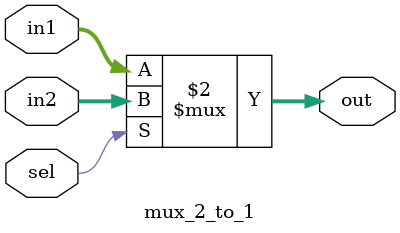
<source format=v>
module mux_2_to_1(sel,in1,in2,out);
	parameter N=4;
	input[N-1:0] in1,in2;
	input sel;
	output[N-1:0] out;
	assign out=sel==0?in1:in2;
endmodule
</source>
